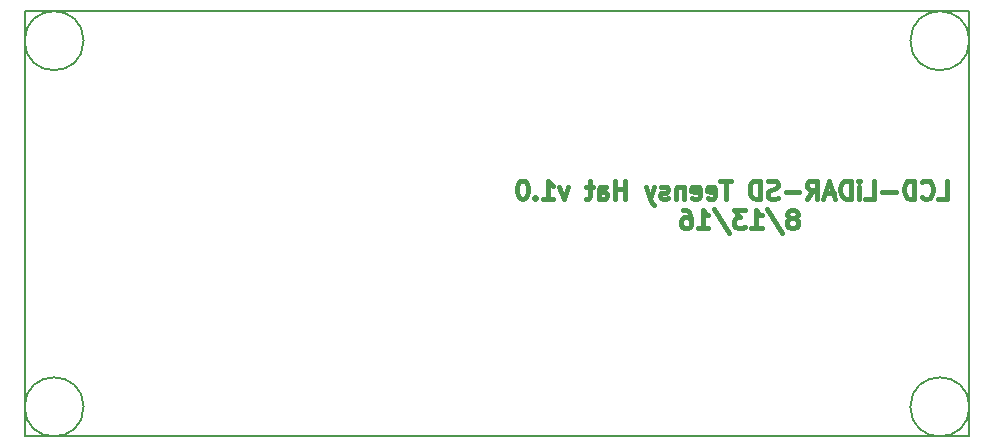
<source format=gbo>
G04 #@! TF.FileFunction,Legend,Bot*
%FSLAX46Y46*%
G04 Gerber Fmt 4.6, Leading zero omitted, Abs format (unit mm)*
G04 Created by KiCad (PCBNEW 4.0.1-3.201512221402+6198~38~ubuntu14.04.1-stable) date Sat 13 Aug 2016 05:43:18 PM PDT*
%MOMM*%
G01*
G04 APERTURE LIST*
%ADD10C,0.100000*%
%ADD11C,0.381000*%
%ADD12C,0.150000*%
G04 APERTURE END LIST*
D10*
D11*
X175151143Y-113224129D02*
X175876857Y-113224129D01*
X175876857Y-111700129D01*
X173772286Y-113078986D02*
X173844857Y-113151557D01*
X174062571Y-113224129D01*
X174207714Y-113224129D01*
X174425429Y-113151557D01*
X174570571Y-113006414D01*
X174643143Y-112861271D01*
X174715714Y-112570986D01*
X174715714Y-112353271D01*
X174643143Y-112062986D01*
X174570571Y-111917843D01*
X174425429Y-111772700D01*
X174207714Y-111700129D01*
X174062571Y-111700129D01*
X173844857Y-111772700D01*
X173772286Y-111845271D01*
X173119143Y-113224129D02*
X173119143Y-111700129D01*
X172756286Y-111700129D01*
X172538571Y-111772700D01*
X172393429Y-111917843D01*
X172320857Y-112062986D01*
X172248286Y-112353271D01*
X172248286Y-112570986D01*
X172320857Y-112861271D01*
X172393429Y-113006414D01*
X172538571Y-113151557D01*
X172756286Y-113224129D01*
X173119143Y-113224129D01*
X171595143Y-112643557D02*
X170434000Y-112643557D01*
X168982572Y-113224129D02*
X169708286Y-113224129D01*
X169708286Y-111700129D01*
X168474572Y-113224129D02*
X168474572Y-112208129D01*
X168474572Y-111700129D02*
X168547143Y-111772700D01*
X168474572Y-111845271D01*
X168402000Y-111772700D01*
X168474572Y-111700129D01*
X168474572Y-111845271D01*
X167748858Y-113224129D02*
X167748858Y-111700129D01*
X167386001Y-111700129D01*
X167168286Y-111772700D01*
X167023144Y-111917843D01*
X166950572Y-112062986D01*
X166878001Y-112353271D01*
X166878001Y-112570986D01*
X166950572Y-112861271D01*
X167023144Y-113006414D01*
X167168286Y-113151557D01*
X167386001Y-113224129D01*
X167748858Y-113224129D01*
X166297429Y-112788700D02*
X165571715Y-112788700D01*
X166442572Y-113224129D02*
X165934572Y-111700129D01*
X165426572Y-113224129D01*
X164047715Y-113224129D02*
X164555715Y-112498414D01*
X164918572Y-113224129D02*
X164918572Y-111700129D01*
X164338000Y-111700129D01*
X164192858Y-111772700D01*
X164120286Y-111845271D01*
X164047715Y-111990414D01*
X164047715Y-112208129D01*
X164120286Y-112353271D01*
X164192858Y-112425843D01*
X164338000Y-112498414D01*
X164918572Y-112498414D01*
X163394572Y-112643557D02*
X162233429Y-112643557D01*
X161580286Y-113151557D02*
X161362572Y-113224129D01*
X160999715Y-113224129D01*
X160854572Y-113151557D01*
X160782001Y-113078986D01*
X160709429Y-112933843D01*
X160709429Y-112788700D01*
X160782001Y-112643557D01*
X160854572Y-112570986D01*
X160999715Y-112498414D01*
X161290001Y-112425843D01*
X161435143Y-112353271D01*
X161507715Y-112280700D01*
X161580286Y-112135557D01*
X161580286Y-111990414D01*
X161507715Y-111845271D01*
X161435143Y-111772700D01*
X161290001Y-111700129D01*
X160927143Y-111700129D01*
X160709429Y-111772700D01*
X160056286Y-113224129D02*
X160056286Y-111700129D01*
X159693429Y-111700129D01*
X159475714Y-111772700D01*
X159330572Y-111917843D01*
X159258000Y-112062986D01*
X159185429Y-112353271D01*
X159185429Y-112570986D01*
X159258000Y-112861271D01*
X159330572Y-113006414D01*
X159475714Y-113151557D01*
X159693429Y-113224129D01*
X160056286Y-113224129D01*
X157588857Y-111700129D02*
X156718000Y-111700129D01*
X157153429Y-113224129D02*
X157153429Y-111700129D01*
X155629428Y-113151557D02*
X155774571Y-113224129D01*
X156064857Y-113224129D01*
X156210000Y-113151557D01*
X156282571Y-113006414D01*
X156282571Y-112425843D01*
X156210000Y-112280700D01*
X156064857Y-112208129D01*
X155774571Y-112208129D01*
X155629428Y-112280700D01*
X155556857Y-112425843D01*
X155556857Y-112570986D01*
X156282571Y-112716129D01*
X154323142Y-113151557D02*
X154468285Y-113224129D01*
X154758571Y-113224129D01*
X154903714Y-113151557D01*
X154976285Y-113006414D01*
X154976285Y-112425843D01*
X154903714Y-112280700D01*
X154758571Y-112208129D01*
X154468285Y-112208129D01*
X154323142Y-112280700D01*
X154250571Y-112425843D01*
X154250571Y-112570986D01*
X154976285Y-112716129D01*
X153597428Y-112208129D02*
X153597428Y-113224129D01*
X153597428Y-112353271D02*
X153524856Y-112280700D01*
X153379714Y-112208129D01*
X153161999Y-112208129D01*
X153016856Y-112280700D01*
X152944285Y-112425843D01*
X152944285Y-113224129D01*
X152291142Y-113151557D02*
X152145999Y-113224129D01*
X151855714Y-113224129D01*
X151710571Y-113151557D01*
X151637999Y-113006414D01*
X151637999Y-112933843D01*
X151710571Y-112788700D01*
X151855714Y-112716129D01*
X152073428Y-112716129D01*
X152218571Y-112643557D01*
X152291142Y-112498414D01*
X152291142Y-112425843D01*
X152218571Y-112280700D01*
X152073428Y-112208129D01*
X151855714Y-112208129D01*
X151710571Y-112280700D01*
X151130000Y-112208129D02*
X150767143Y-113224129D01*
X150404285Y-112208129D02*
X150767143Y-113224129D01*
X150912285Y-113586986D01*
X150984857Y-113659557D01*
X151130000Y-113732129D01*
X148662571Y-113224129D02*
X148662571Y-111700129D01*
X148662571Y-112425843D02*
X147791714Y-112425843D01*
X147791714Y-113224129D02*
X147791714Y-111700129D01*
X146412857Y-113224129D02*
X146412857Y-112425843D01*
X146485428Y-112280700D01*
X146630571Y-112208129D01*
X146920857Y-112208129D01*
X147066000Y-112280700D01*
X146412857Y-113151557D02*
X146558000Y-113224129D01*
X146920857Y-113224129D01*
X147066000Y-113151557D01*
X147138571Y-113006414D01*
X147138571Y-112861271D01*
X147066000Y-112716129D01*
X146920857Y-112643557D01*
X146558000Y-112643557D01*
X146412857Y-112570986D01*
X145904857Y-112208129D02*
X145324286Y-112208129D01*
X145687143Y-111700129D02*
X145687143Y-113006414D01*
X145614571Y-113151557D01*
X145469429Y-113224129D01*
X145324286Y-113224129D01*
X143800286Y-112208129D02*
X143437429Y-113224129D01*
X143074571Y-112208129D01*
X141695714Y-113224129D02*
X142566571Y-113224129D01*
X142131143Y-113224129D02*
X142131143Y-111700129D01*
X142276286Y-111917843D01*
X142421428Y-112062986D01*
X142566571Y-112135557D01*
X141042571Y-113078986D02*
X140969999Y-113151557D01*
X141042571Y-113224129D01*
X141115142Y-113151557D01*
X141042571Y-113078986D01*
X141042571Y-113224129D01*
X140026571Y-111700129D02*
X139881428Y-111700129D01*
X139736285Y-111772700D01*
X139663714Y-111845271D01*
X139591143Y-111990414D01*
X139518571Y-112280700D01*
X139518571Y-112643557D01*
X139591143Y-112933843D01*
X139663714Y-113078986D01*
X139736285Y-113151557D01*
X139881428Y-113224129D01*
X140026571Y-113224129D01*
X140171714Y-113151557D01*
X140244285Y-113078986D01*
X140316857Y-112933843D01*
X140389428Y-112643557D01*
X140389428Y-112280700D01*
X140316857Y-111990414D01*
X140244285Y-111845271D01*
X140171714Y-111772700D01*
X140026571Y-111700129D01*
X162959144Y-114867871D02*
X163104286Y-114795300D01*
X163176858Y-114722729D01*
X163249429Y-114577586D01*
X163249429Y-114505014D01*
X163176858Y-114359871D01*
X163104286Y-114287300D01*
X162959144Y-114214729D01*
X162668858Y-114214729D01*
X162523715Y-114287300D01*
X162451144Y-114359871D01*
X162378572Y-114505014D01*
X162378572Y-114577586D01*
X162451144Y-114722729D01*
X162523715Y-114795300D01*
X162668858Y-114867871D01*
X162959144Y-114867871D01*
X163104286Y-114940443D01*
X163176858Y-115013014D01*
X163249429Y-115158157D01*
X163249429Y-115448443D01*
X163176858Y-115593586D01*
X163104286Y-115666157D01*
X162959144Y-115738729D01*
X162668858Y-115738729D01*
X162523715Y-115666157D01*
X162451144Y-115593586D01*
X162378572Y-115448443D01*
X162378572Y-115158157D01*
X162451144Y-115013014D01*
X162523715Y-114940443D01*
X162668858Y-114867871D01*
X160636857Y-114142157D02*
X161943143Y-116101586D01*
X159330572Y-115738729D02*
X160201429Y-115738729D01*
X159766001Y-115738729D02*
X159766001Y-114214729D01*
X159911144Y-114432443D01*
X160056286Y-114577586D01*
X160201429Y-114650157D01*
X158822572Y-114214729D02*
X157879143Y-114214729D01*
X158387143Y-114795300D01*
X158169429Y-114795300D01*
X158024286Y-114867871D01*
X157951715Y-114940443D01*
X157879143Y-115085586D01*
X157879143Y-115448443D01*
X157951715Y-115593586D01*
X158024286Y-115666157D01*
X158169429Y-115738729D01*
X158604857Y-115738729D01*
X158750000Y-115666157D01*
X158822572Y-115593586D01*
X156137428Y-114142157D02*
X157443714Y-116101586D01*
X154831143Y-115738729D02*
X155702000Y-115738729D01*
X155266572Y-115738729D02*
X155266572Y-114214729D01*
X155411715Y-114432443D01*
X155556857Y-114577586D01*
X155702000Y-114650157D01*
X153524857Y-114214729D02*
X153815143Y-114214729D01*
X153960286Y-114287300D01*
X154032857Y-114359871D01*
X154178000Y-114577586D01*
X154250571Y-114867871D01*
X154250571Y-115448443D01*
X154178000Y-115593586D01*
X154105428Y-115666157D01*
X153960286Y-115738729D01*
X153670000Y-115738729D01*
X153524857Y-115666157D01*
X153452286Y-115593586D01*
X153379714Y-115448443D01*
X153379714Y-115085586D01*
X153452286Y-114940443D01*
X153524857Y-114867871D01*
X153670000Y-114795300D01*
X153960286Y-114795300D01*
X154105428Y-114867871D01*
X154178000Y-114940443D01*
X154250571Y-115085586D01*
D12*
X102801420Y-99855020D02*
G75*
G03X102801420Y-99855020I-2499360J0D01*
G01*
X102801420Y-130855720D02*
G75*
G03X102801420Y-130855720I-2499360J0D01*
G01*
X177802540Y-130855720D02*
G75*
G03X177802540Y-130855720I-2501900J0D01*
G01*
X177800000Y-99855020D02*
G75*
G03X177800000Y-99855020I-2499360J0D01*
G01*
X177802540Y-97355660D02*
X97802700Y-97355660D01*
X97802700Y-97355660D02*
X97802700Y-133355080D01*
X97802700Y-133355080D02*
X177802540Y-133355080D01*
X177802540Y-133355080D02*
X177802540Y-97355660D01*
M02*

</source>
